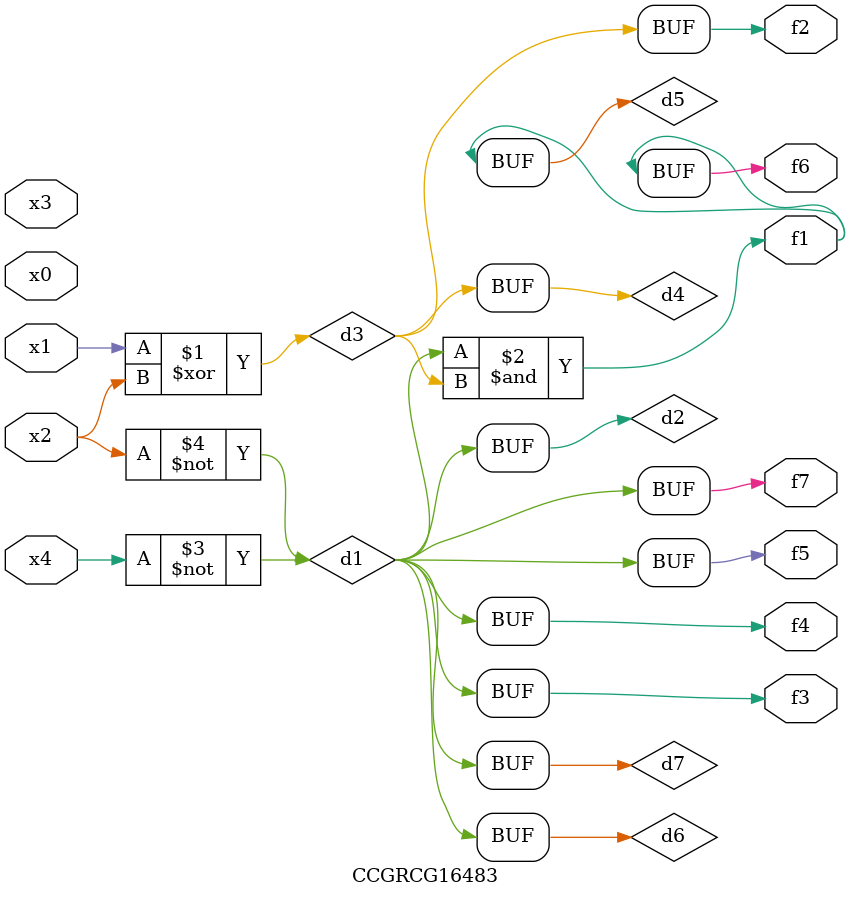
<source format=v>
module CCGRCG16483(
	input x0, x1, x2, x3, x4,
	output f1, f2, f3, f4, f5, f6, f7
);

	wire d1, d2, d3, d4, d5, d6, d7;

	not (d1, x4);
	not (d2, x2);
	xor (d3, x1, x2);
	buf (d4, d3);
	and (d5, d1, d3);
	buf (d6, d1, d2);
	buf (d7, d2);
	assign f1 = d5;
	assign f2 = d4;
	assign f3 = d7;
	assign f4 = d7;
	assign f5 = d7;
	assign f6 = d5;
	assign f7 = d7;
endmodule

</source>
